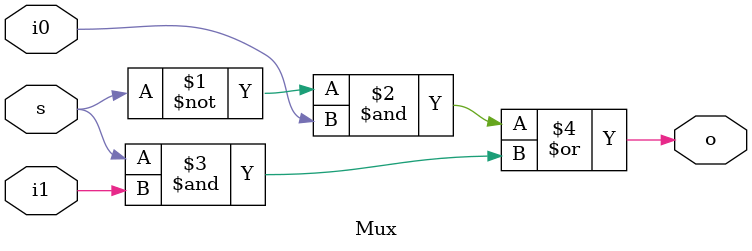
<source format=v>
module Mux(i0 , i1 , s , o);
	input i0,i1,s;
	output o;
	assign o=(~s&i0)|(s&i1);

endmodule
</source>
